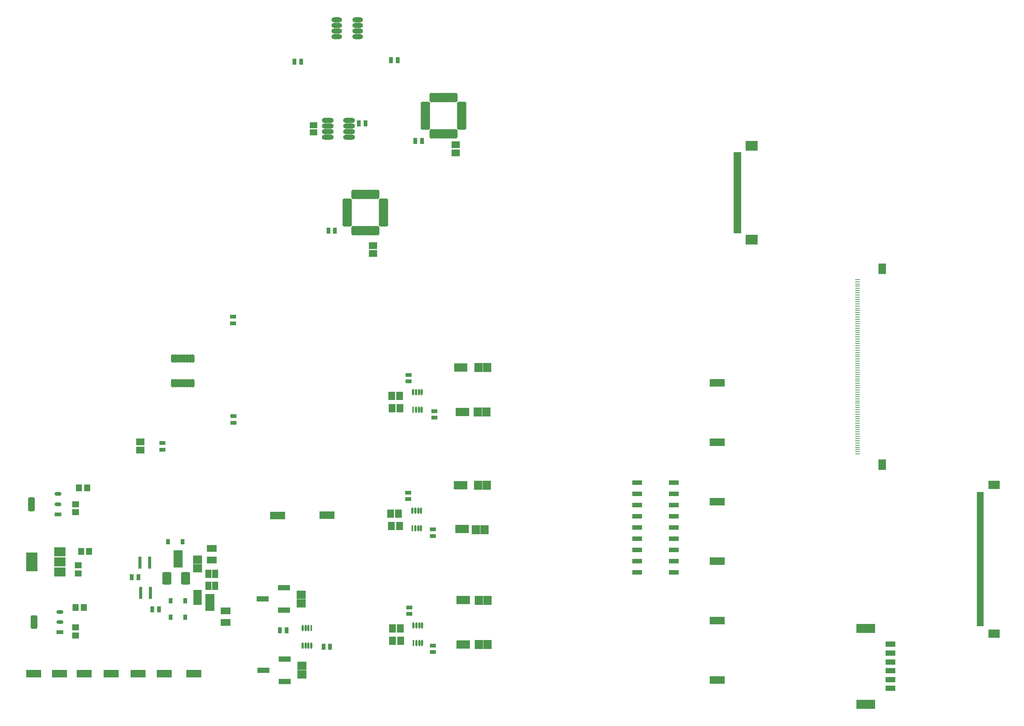
<source format=gtp>
G04*
G04 #@! TF.GenerationSoftware,Altium Limited,Altium Designer,22.3.1 (43)*
G04*
G04 Layer_Color=8421504*
%FSLAX25Y25*%
%MOIN*%
G70*
G04*
G04 #@! TF.SameCoordinates,6E0130DB-2DEF-44AD-BCF0-1A686082A26A*
G04*
G04*
G04 #@! TF.FilePolarity,Positive*
G04*
G01*
G75*
%ADD20R,0.03937X0.00984*%
%ADD21R,0.03937X0.00984*%
%ADD22R,0.03937X0.00984*%
G04:AMPARAMS|DCode=23|XSize=61.4mil|YSize=32.76mil|CornerRadius=16.38mil|HoleSize=0mil|Usage=FLASHONLY|Rotation=180.000|XOffset=0mil|YOffset=0mil|HoleType=Round|Shape=RoundedRectangle|*
%AMROUNDEDRECTD23*
21,1,0.06140,0.00000,0,0,180.0*
21,1,0.02864,0.03276,0,0,180.0*
1,1,0.03276,-0.01432,0.00000*
1,1,0.03276,0.01432,0.00000*
1,1,0.03276,0.01432,0.00000*
1,1,0.03276,-0.01432,0.00000*
%
%ADD23ROUNDEDRECTD23*%
G04:AMPARAMS|DCode=24|XSize=61.4mil|YSize=123.31mil|CornerRadius=16.27mil|HoleSize=0mil|Usage=FLASHONLY|Rotation=180.000|XOffset=0mil|YOffset=0mil|HoleType=Round|Shape=RoundedRectangle|*
%AMROUNDEDRECTD24*
21,1,0.06140,0.09077,0,0,180.0*
21,1,0.02886,0.12331,0,0,180.0*
1,1,0.03254,-0.01443,0.04538*
1,1,0.03254,0.01443,0.04538*
1,1,0.03254,0.01443,-0.04538*
1,1,0.03254,-0.01443,-0.04538*
%
%ADD24ROUNDEDRECTD24*%
%ADD25R,0.06140X0.03276*%
%ADD26R,0.09874X0.16961*%
%ADD27R,0.09874X0.07906*%
%ADD28R,0.06316X0.03464*%
G04:AMPARAMS|DCode=29|XSize=63.16mil|YSize=34.64mil|CornerRadius=17.32mil|HoleSize=0mil|Usage=FLASHONLY|Rotation=180.000|XOffset=0mil|YOffset=0mil|HoleType=Round|Shape=RoundedRectangle|*
%AMROUNDEDRECTD29*
21,1,0.06316,0.00000,0,0,180.0*
21,1,0.02852,0.03464,0,0,180.0*
1,1,0.03464,-0.01426,0.00000*
1,1,0.03464,0.01426,0.00000*
1,1,0.03464,0.01426,0.00000*
1,1,0.03464,-0.01426,0.00000*
%
%ADD29ROUNDEDRECTD29*%
G04:AMPARAMS|DCode=30|XSize=63.16mil|YSize=125.19mil|CornerRadius=17.37mil|HoleSize=0mil|Usage=FLASHONLY|Rotation=180.000|XOffset=0mil|YOffset=0mil|HoleType=Round|Shape=RoundedRectangle|*
%AMROUNDEDRECTD30*
21,1,0.06316,0.09045,0,0,180.0*
21,1,0.02842,0.12519,0,0,180.0*
1,1,0.03474,-0.01421,0.04523*
1,1,0.03474,0.01421,0.04523*
1,1,0.03474,0.01421,-0.04523*
1,1,0.03474,-0.01421,-0.04523*
%
%ADD30ROUNDEDRECTD30*%
%ADD31R,0.07118X0.05543*%
%ADD32R,0.08102X0.08102*%
%ADD33R,0.08693X0.06331*%
%ADD34R,0.08102X0.07906*%
%ADD35R,0.03740X0.05315*%
%ADD36O,0.10661X0.04362*%
%ADD37R,0.05315X0.03740*%
%ADD38R,0.07315X0.05937*%
%ADD39O,0.03378X0.07512*%
%ADD40O,0.09480X0.04362*%
%ADD41O,0.08496X0.03181*%
%ADD42O,0.03181X0.08496*%
%ADD43R,0.03600X0.04800*%
%ADD44R,0.08102X0.07315*%
%ADD45O,0.08299X0.03181*%
%ADD46R,0.05740X0.07315*%
%ADD47R,0.07709X0.06528*%
%ADD48R,0.03150X0.10630*%
%ADD49R,0.06127X0.05727*%
G04:AMPARAMS|DCode=50|XSize=57.25mil|YSize=17.16mil|CornerRadius=8.58mil|HoleSize=0mil|Usage=FLASHONLY|Rotation=90.000|XOffset=0mil|YOffset=0mil|HoleType=Round|Shape=RoundedRectangle|*
%AMROUNDEDRECTD50*
21,1,0.05725,0.00000,0,0,90.0*
21,1,0.04009,0.01716,0,0,90.0*
1,1,0.01716,0.00000,0.02005*
1,1,0.01716,0.00000,-0.02005*
1,1,0.01716,0.00000,-0.02005*
1,1,0.01716,0.00000,0.02005*
%
%ADD50ROUNDEDRECTD50*%
%ADD51R,0.01716X0.05725*%
%ADD52R,0.05937X0.07315*%
%ADD53R,0.07315X0.08102*%
%ADD54R,0.07087X0.09252*%
%ADD55R,0.07118X0.03181*%
%ADD56R,0.10661X0.09087*%
%ADD57R,0.05937X0.03181*%
%ADD58R,0.10465X0.07512*%
%ADD59R,0.08500X0.04016*%
%ADD60R,0.05727X0.06127*%
%ADD61R,0.08102X0.07512*%
%ADD62R,0.13504X0.07008*%
%ADD63R,0.10984X0.04685*%
%ADD64R,0.08661X0.04724*%
%ADD65R,0.16535X0.07874*%
D20*
X759490Y394874D02*
D03*
Y392905D02*
D03*
Y385032D02*
D03*
Y383063D02*
D03*
Y375189D02*
D03*
Y373220D02*
D03*
Y365347D02*
D03*
Y363378D02*
D03*
Y355504D02*
D03*
Y353535D02*
D03*
Y345661D02*
D03*
Y343693D02*
D03*
Y335819D02*
D03*
Y333850D02*
D03*
Y325976D02*
D03*
Y324008D02*
D03*
Y316134D02*
D03*
Y314165D02*
D03*
Y306291D02*
D03*
Y304323D02*
D03*
Y296449D02*
D03*
Y294480D02*
D03*
Y286606D02*
D03*
Y284638D02*
D03*
Y282669D02*
D03*
Y274795D02*
D03*
Y272827D02*
D03*
Y264953D02*
D03*
Y262984D02*
D03*
Y255110D02*
D03*
Y253142D02*
D03*
Y245268D02*
D03*
Y243299D02*
D03*
D21*
Y390937D02*
D03*
Y388968D02*
D03*
Y381095D02*
D03*
Y379126D02*
D03*
Y371252D02*
D03*
Y369284D02*
D03*
Y361409D02*
D03*
Y359441D02*
D03*
Y351567D02*
D03*
Y349598D02*
D03*
Y347630D02*
D03*
Y339756D02*
D03*
Y337787D02*
D03*
Y329913D02*
D03*
Y327945D02*
D03*
Y320071D02*
D03*
Y318102D02*
D03*
Y310228D02*
D03*
Y308260D02*
D03*
Y300386D02*
D03*
Y298417D02*
D03*
Y290543D02*
D03*
Y288575D02*
D03*
Y280701D02*
D03*
Y278732D02*
D03*
Y270858D02*
D03*
Y268890D02*
D03*
Y261016D02*
D03*
Y259047D02*
D03*
Y251173D02*
D03*
Y249205D02*
D03*
Y241331D02*
D03*
Y239362D02*
D03*
D22*
X759491Y387000D02*
D03*
Y377157D02*
D03*
Y367315D02*
D03*
Y357472D02*
D03*
X759490Y341724D02*
D03*
Y331882D02*
D03*
Y322039D02*
D03*
Y312197D02*
D03*
Y302354D02*
D03*
Y292512D02*
D03*
X759491Y276764D02*
D03*
Y266921D02*
D03*
Y257079D02*
D03*
Y247236D02*
D03*
D23*
X49031Y89500D02*
D03*
Y98555D02*
D03*
D24*
X25990Y89500D02*
D03*
D25*
X49031Y80445D02*
D03*
D26*
X23950Y143026D02*
D03*
D27*
X48753Y152081D02*
D03*
Y143026D02*
D03*
Y133971D02*
D03*
D28*
X47353Y185528D02*
D03*
D29*
Y194583D02*
D03*
Y203639D02*
D03*
D30*
X23731Y194583D02*
D03*
D31*
X274799Y526228D02*
D03*
Y532331D02*
D03*
D32*
X154135Y142056D02*
D03*
Y149339D02*
D03*
D33*
X184361Y155166D02*
D03*
Y144930D02*
D03*
X196700Y99510D02*
D03*
Y89274D02*
D03*
D34*
X182672Y110447D02*
D03*
Y103361D02*
D03*
D35*
X245083Y82244D02*
D03*
X250988D02*
D03*
X289700Y67400D02*
D03*
X283795D02*
D03*
X349905Y590355D02*
D03*
X344000D02*
D03*
X257995Y588986D02*
D03*
X263900D02*
D03*
X315333Y534203D02*
D03*
X321239D02*
D03*
X294023Y438403D02*
D03*
X288118D02*
D03*
X137216Y100879D02*
D03*
X131310D02*
D03*
X371576Y518293D02*
D03*
X365670D02*
D03*
X113063Y129379D02*
D03*
X118969D02*
D03*
D36*
X287527Y536779D02*
D03*
Y531779D02*
D03*
Y526780D02*
D03*
Y521779D02*
D03*
X306424Y536779D02*
D03*
Y531779D02*
D03*
Y526780D02*
D03*
Y521779D02*
D03*
D37*
X140355Y249059D02*
D03*
Y243154D02*
D03*
X203355Y361751D02*
D03*
Y355846D02*
D03*
X203555Y267147D02*
D03*
Y273053D02*
D03*
X382613Y277558D02*
D03*
Y271652D02*
D03*
X359697Y303963D02*
D03*
Y309869D02*
D03*
X381128Y172007D02*
D03*
Y166102D02*
D03*
X359217Y204901D02*
D03*
Y198995D02*
D03*
X360183Y96689D02*
D03*
Y102595D02*
D03*
X381128Y62714D02*
D03*
Y68620D02*
D03*
D38*
X120500Y250043D02*
D03*
Y242957D02*
D03*
X401702Y515016D02*
D03*
Y507930D02*
D03*
X327890Y418064D02*
D03*
Y425150D02*
D03*
D39*
X167414Y324400D02*
D03*
X164855D02*
D03*
X162296D02*
D03*
X159737D02*
D03*
X157178D02*
D03*
X154619D02*
D03*
X152060D02*
D03*
X149501D02*
D03*
X167414Y302353D02*
D03*
X164855D02*
D03*
X162296D02*
D03*
X159737D02*
D03*
X157178D02*
D03*
X154619D02*
D03*
X152060D02*
D03*
X149501D02*
D03*
D40*
X295648Y626441D02*
D03*
Y621441D02*
D03*
Y616441D02*
D03*
Y611441D02*
D03*
X314152Y626441D02*
D03*
Y621441D02*
D03*
Y616441D02*
D03*
Y611441D02*
D03*
D41*
X374734Y551920D02*
D03*
Y549951D02*
D03*
Y547983D02*
D03*
Y546014D02*
D03*
Y544046D02*
D03*
Y542077D02*
D03*
Y540109D02*
D03*
Y538140D02*
D03*
Y536172D02*
D03*
Y534203D02*
D03*
Y532235D02*
D03*
Y530266D02*
D03*
X407017D02*
D03*
Y532235D02*
D03*
Y534203D02*
D03*
Y536172D02*
D03*
Y538140D02*
D03*
Y540109D02*
D03*
Y542077D02*
D03*
Y544046D02*
D03*
Y546014D02*
D03*
Y547983D02*
D03*
Y549951D02*
D03*
Y551920D02*
D03*
X304858Y465372D02*
D03*
Y463403D02*
D03*
Y461435D02*
D03*
Y459466D02*
D03*
Y457498D02*
D03*
Y455529D02*
D03*
Y453560D02*
D03*
Y451592D02*
D03*
Y449623D02*
D03*
Y447655D02*
D03*
Y445686D02*
D03*
Y443718D02*
D03*
X337142D02*
D03*
Y445686D02*
D03*
Y447655D02*
D03*
Y449623D02*
D03*
Y451592D02*
D03*
Y453560D02*
D03*
Y455529D02*
D03*
Y457498D02*
D03*
Y459466D02*
D03*
Y461435D02*
D03*
Y463403D02*
D03*
Y465372D02*
D03*
D42*
X380049Y524951D02*
D03*
X382017D02*
D03*
X383986D02*
D03*
X385954D02*
D03*
X387923D02*
D03*
X389891D02*
D03*
X391860D02*
D03*
X397765D02*
D03*
X401702Y557235D02*
D03*
X399734D02*
D03*
X397765D02*
D03*
X395797D02*
D03*
X393828D02*
D03*
X391860D02*
D03*
X389891D02*
D03*
X387923D02*
D03*
X385954D02*
D03*
X383986D02*
D03*
X382017D02*
D03*
X380049D02*
D03*
X399734Y524951D02*
D03*
X401702D02*
D03*
X393828D02*
D03*
X395797D02*
D03*
X323953Y438403D02*
D03*
X325921D02*
D03*
X331827D02*
D03*
X329858D02*
D03*
X310173D02*
D03*
X312142D02*
D03*
X314110D02*
D03*
X316079D02*
D03*
X318047D02*
D03*
X320016D02*
D03*
X321984D02*
D03*
X327890D02*
D03*
X331827Y470686D02*
D03*
X329858D02*
D03*
X327890D02*
D03*
X325921D02*
D03*
X323953D02*
D03*
X321984D02*
D03*
X320016D02*
D03*
X318047D02*
D03*
X316079D02*
D03*
X314110D02*
D03*
X312142D02*
D03*
X310173D02*
D03*
D43*
X145227Y161158D02*
D03*
X158127D02*
D03*
X160585Y108479D02*
D03*
X147685D02*
D03*
Y93808D02*
D03*
X160585D02*
D03*
D44*
X171563Y145205D02*
D03*
Y137528D02*
D03*
D45*
X144197Y132371D02*
D03*
Y128434D02*
D03*
Y124497D02*
D03*
X160929Y132371D02*
D03*
Y130403D02*
D03*
Y126466D02*
D03*
Y124497D02*
D03*
X144197Y126466D02*
D03*
Y130403D02*
D03*
X160929Y128434D02*
D03*
D46*
X181310Y132371D02*
D03*
X187413D02*
D03*
X181195Y121741D02*
D03*
X187297D02*
D03*
D47*
X171563Y114923D02*
D03*
Y108033D02*
D03*
D48*
X128814Y142351D02*
D03*
X120153D02*
D03*
X129724Y115590D02*
D03*
X121063D02*
D03*
D49*
X62758Y77378D02*
D03*
Y84668D02*
D03*
X62958Y194600D02*
D03*
Y187310D02*
D03*
X65367Y140072D02*
D03*
Y132782D02*
D03*
D50*
X363700Y294572D02*
D03*
X366259D02*
D03*
X368818D02*
D03*
X371377D02*
D03*
Y278821D02*
D03*
X368818D02*
D03*
X366259D02*
D03*
X363011Y188851D02*
D03*
X365570D02*
D03*
X368130D02*
D03*
X370689D02*
D03*
Y173100D02*
D03*
X368130D02*
D03*
X365570D02*
D03*
X363977Y86545D02*
D03*
X366536D02*
D03*
X369095D02*
D03*
X371654D02*
D03*
Y70794D02*
D03*
X369095D02*
D03*
X366536D02*
D03*
X270404Y84214D02*
D03*
X267845D02*
D03*
X265286D02*
D03*
Y68463D02*
D03*
X267845D02*
D03*
X270404D02*
D03*
X272963D02*
D03*
D51*
X363700Y278821D02*
D03*
X363011Y173100D02*
D03*
X363977Y70794D02*
D03*
X272963Y84214D02*
D03*
D52*
X351946Y280038D02*
D03*
X344859D02*
D03*
X351552Y291022D02*
D03*
X344466D02*
D03*
X350734Y186002D02*
D03*
X343648D02*
D03*
X410569Y276918D02*
D03*
X404664D02*
D03*
X409045Y316318D02*
D03*
X403140D02*
D03*
X345345Y72764D02*
D03*
X352432D02*
D03*
X344379Y175070D02*
D03*
X351466D02*
D03*
X405357Y69469D02*
D03*
X411262D02*
D03*
X405413Y109017D02*
D03*
X411318D02*
D03*
X404208Y172318D02*
D03*
X410114D02*
D03*
X403013Y211435D02*
D03*
X408919D02*
D03*
X345257Y83701D02*
D03*
X352343D02*
D03*
D53*
X429769Y69403D02*
D03*
X422092D02*
D03*
X430025Y108951D02*
D03*
X422348D02*
D03*
X427291Y171629D02*
D03*
X419614D02*
D03*
X429260Y211435D02*
D03*
X421582D02*
D03*
X429076Y276852D02*
D03*
X421399D02*
D03*
X429638Y316318D02*
D03*
X421961D02*
D03*
D54*
X781538Y404421D02*
D03*
Y229815D02*
D03*
D55*
X652505Y437822D02*
D03*
Y439791D02*
D03*
Y441759D02*
D03*
Y443728D02*
D03*
Y445696D02*
D03*
Y447665D02*
D03*
Y449633D02*
D03*
Y451602D02*
D03*
Y453570D02*
D03*
Y455539D02*
D03*
Y457507D02*
D03*
Y459476D02*
D03*
Y461444D02*
D03*
Y463413D02*
D03*
Y465381D02*
D03*
Y467350D02*
D03*
Y469318D02*
D03*
Y471287D02*
D03*
Y473255D02*
D03*
Y475224D02*
D03*
Y477192D02*
D03*
Y479161D02*
D03*
Y481129D02*
D03*
Y483098D02*
D03*
Y485066D02*
D03*
Y487035D02*
D03*
Y489003D02*
D03*
Y490972D02*
D03*
Y492940D02*
D03*
Y494909D02*
D03*
Y496877D02*
D03*
Y498846D02*
D03*
Y500814D02*
D03*
Y502783D02*
D03*
Y504751D02*
D03*
Y506720D02*
D03*
D56*
X665300Y430342D02*
D03*
Y514200D02*
D03*
D57*
X868800Y203659D02*
D03*
Y201691D02*
D03*
Y199722D02*
D03*
Y197754D02*
D03*
Y195785D02*
D03*
Y193816D02*
D03*
Y191848D02*
D03*
Y189880D02*
D03*
Y187911D02*
D03*
Y185942D02*
D03*
Y183974D02*
D03*
Y182006D02*
D03*
Y180037D02*
D03*
Y178068D02*
D03*
Y176100D02*
D03*
Y174132D02*
D03*
Y172163D02*
D03*
Y170194D02*
D03*
Y168226D02*
D03*
Y166258D02*
D03*
Y144604D02*
D03*
Y142635D02*
D03*
Y140667D02*
D03*
Y138698D02*
D03*
Y136730D02*
D03*
Y134761D02*
D03*
Y132793D02*
D03*
Y130824D02*
D03*
Y128856D02*
D03*
Y126887D02*
D03*
Y124919D02*
D03*
Y122950D02*
D03*
Y120982D02*
D03*
Y119013D02*
D03*
Y117045D02*
D03*
Y115076D02*
D03*
Y113108D02*
D03*
Y111139D02*
D03*
Y109171D02*
D03*
Y107202D02*
D03*
Y105234D02*
D03*
Y103265D02*
D03*
Y101297D02*
D03*
Y99328D02*
D03*
Y97360D02*
D03*
Y95391D02*
D03*
Y93423D02*
D03*
Y91454D02*
D03*
Y89486D02*
D03*
Y87517D02*
D03*
Y146572D02*
D03*
Y148541D02*
D03*
Y150510D02*
D03*
Y152478D02*
D03*
Y154446D02*
D03*
Y156415D02*
D03*
Y158384D02*
D03*
Y160352D02*
D03*
Y162320D02*
D03*
Y164289D02*
D03*
D58*
X881103Y79250D02*
D03*
Y211927D02*
D03*
D59*
X563350Y213800D02*
D03*
Y203800D02*
D03*
Y193800D02*
D03*
Y183800D02*
D03*
Y173800D02*
D03*
Y163800D02*
D03*
Y153800D02*
D03*
Y143800D02*
D03*
Y133800D02*
D03*
X595850D02*
D03*
Y143800D02*
D03*
Y153800D02*
D03*
Y163800D02*
D03*
Y173800D02*
D03*
Y183800D02*
D03*
Y193800D02*
D03*
Y203800D02*
D03*
Y213800D02*
D03*
D60*
X73302Y209156D02*
D03*
X75080Y152552D02*
D03*
X70201Y102567D02*
D03*
X66013Y209156D02*
D03*
X62912Y102567D02*
D03*
X67790Y152552D02*
D03*
D61*
X263841Y113672D02*
D03*
X264598Y42950D02*
D03*
Y50430D02*
D03*
X263841Y106192D02*
D03*
D62*
X25450Y43511D02*
D03*
X634600Y249782D02*
D03*
Y143742D02*
D03*
Y37701D02*
D03*
Y302801D02*
D03*
Y196762D02*
D03*
Y90722D02*
D03*
X118677Y43511D02*
D03*
X141950D02*
D03*
X48491D02*
D03*
X94491D02*
D03*
X70550D02*
D03*
X168191D02*
D03*
X286932Y184700D02*
D03*
X242932Y184400D02*
D03*
D63*
X249208Y36611D02*
D03*
Y56611D02*
D03*
X230192Y46611D02*
D03*
X248547Y100011D02*
D03*
Y120010D02*
D03*
X229532Y110011D02*
D03*
D64*
X788925Y69685D02*
D03*
Y61811D02*
D03*
Y53937D02*
D03*
Y46063D02*
D03*
Y38189D02*
D03*
Y30315D02*
D03*
D65*
X766957Y16142D02*
D03*
Y83858D02*
D03*
M02*

</source>
